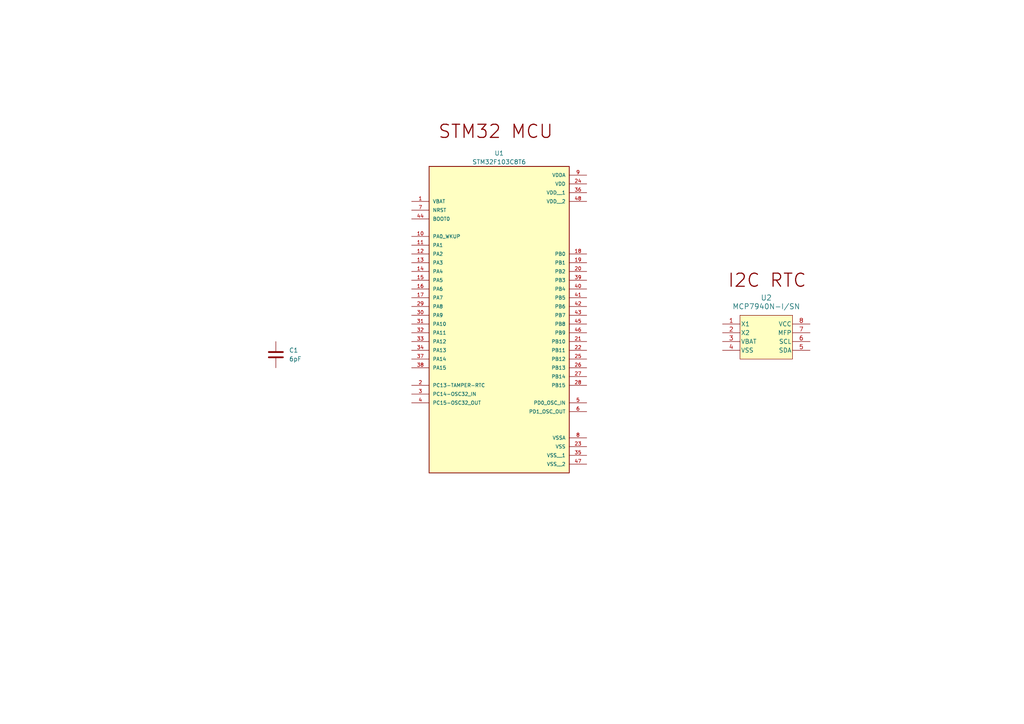
<source format=kicad_sch>
(kicad_sch (version 20231120) (generator "eeschema") (generator_version "8.0")
  (paper "A4")
  (lib_symbols
    (symbol "2025-10-21_01-25-34:MCP7940N-I_SN" (pin_names (offset 0.254))
      (property "Reference" "U" (at 14.986 6.35 0))
      (property "Value" "MCP7940N-I/SN" (at 12.446 3.81 0))
      (symbol "MCP7940N-I_SN_0_1"
        (rectangle (start 5.08 2.54) (end 20.32 -10.16) (fill (type background)))
        (pin input line (at 0 0 0) (length 5.08) (name "X1") (number "1"))
        (pin output line (at 0 -2.54 0) (length 5.08) (name "X2") (number "2"))
        (pin power_in line (at 0 -5.08 0) (length 5.08) (name "VBAT") (number "3"))
        (pin power_in line (at 0 -7.62 0) (length 5.08) (name "VSS") (number "4"))
        (pin bidirectional line (at 25.4 -7.62 180) (length 5.08) (name "SDA") (number "5"))
        (pin unspecified line (at 25.4 -5.08 180) (length 5.08) (name "SCL") (number "6"))
        (pin unspecified line (at 25.4 -2.54 180) (length 5.08) (name "MFP") (number "7"))
      )
      (symbol "MCP7940N-I_SN_1_1"
        (pin power_in line (at 25.4 0 180) (length 5.08) (name "VCC") (number "8"))
      )
    )
    (symbol "Device:C" (pin_numbers hide) (pin_names (offset 0.254))
      (property "Reference" "C" (at 0.635 2.54 0))
      (property "Value" "C" (at 0.635 -2.54 0))
      (symbol "C_0_1"
        (polyline (pts (xy -2.032 -0.762) (xy 2.032 -0.762)) (stroke (width 0.508)))
        (polyline (pts (xy -2.032 0.762) (xy 2.032 0.762)) (stroke (width 0.508)))
      )
      (symbol "C_1_1"
        (pin passive line (at 0 3.81 270) (length 2.794) (name "~") (number "1"))
        (pin passive line (at 0 -3.81 90) (length 2.794) (name "~") (number "2"))
      )
    )
    (symbol "STM32F103C8T6:STM32F103C8T6" (pin_names (offset 1.016))
      (property "Reference" "U" (at -20.32 41.275 0))
      (property "Value" "STM32F103C8T6" (at -20.32 -50.8 0))
      (symbol "STM32F103C8T6_0_0"
        (rectangle (start -20.32 40.64) (end 20.32 -48.26) (stroke (width 0.254)) (fill (type background)))
        (pin bidirectional line (at -25.4 30.48 0) (length 5.08) (name "VBAT") (number "1"))
        (pin bidirectional line (at -25.4 20.32 0) (length 5.08) (name "PA0_WKUP") (number "10"))
        (pin bidirectional line (at -25.4 17.78 0) (length 5.08) (name "PA1") (number "11"))
        (pin bidirectional line (at -25.4 15.24 0) (length 5.08) (name "PA2") (number "12"))
        (pin bidirectional line (at -25.4 12.7 0) (length 5.08) (name "PA3") (number "13"))
        (pin bidirectional line (at -25.4 10.16 0) (length 5.08) (name "PA4") (number "14"))
        (pin bidirectional line (at -25.4 7.62 0) (length 5.08) (name "PA5") (number "15"))
        (pin bidirectional line (at -25.4 5.08 0) (length 5.08) (name "PA6") (number "16"))
        (pin bidirectional line (at -25.4 2.54 0) (length 5.08) (name "PA7") (number "17"))
        (pin bidirectional line (at 25.4 15.24 180) (length 5.08) (name "PB0") (number "18"))
        (pin bidirectional line (at 25.4 12.7 180) (length 5.08) (name "PB1") (number "19"))
        (pin bidirectional line (at -25.4 -22.86 0) (length 5.08) (name "PC13-TAMPER-RTC") (number "2"))
        (pin bidirectional line (at 25.4 10.16 180) (length 5.08) (name "PB2") (number "20"))
        (pin bidirectional line (at 25.4 -10.16 180) (length 5.08) (name "PB10") (number "21"))
        (pin bidirectional line (at 25.4 -12.7 180) (length 5.08) (name "PB11") (number "22"))
        (pin power_in line (at 25.4 -40.64 180) (length 5.08) (name "VSS") (number "23"))
        (pin power_in line (at 25.4 35.56 180) (length 5.08) (name "VDD") (number "24"))
        (pin bidirectional line (at 25.4 -15.24 180) (length 5.08) (name "PB12") (number "25"))
        (pin bidirectional line (at 25.4 -17.78 180) (length 5.08) (name "PB13") (number "26"))
        (pin bidirectional line (at 25.4 -20.32 180) (length 5.08) (name "PB14") (number "27"))
        (pin bidirectional line (at 25.4 -22.86 180) (length 5.08) (name "PB15") (number "28"))
        (pin bidirectional line (at -25.4 0 0) (length 5.08) (name "PA8") (number "29"))
        (pin bidirectional line (at -25.4 -25.4 0) (length 5.08) (name "PC14-OSC32_IN") (number "3"))
        (pin bidirectional line (at -25.4 -2.54 0) (length 5.08) (name "PA9") (number "30"))
        (pin bidirectional line (at -25.4 -5.08 0) (length 5.08) (name "PA10") (number "31"))
        (pin bidirectional line (at -25.4 -7.62 0) (length 5.08) (name "PA11") (number "32"))
        (pin bidirectional line (at -25.4 -10.16 0) (length 5.08) (name "PA12") (number "33"))
        (pin bidirectional line (at -25.4 -12.7 0) (length 5.08) (name "PA13") (number "34"))
        (pin power_in line (at 25.4 -43.18 180) (length 5.08) (name "VSS__1") (number "35"))
        (pin power_in line (at 25.4 33.02 180) (length 5.08) (name "VDD__1") (number "36"))
        (pin bidirectional line (at -25.4 -15.24 0) (length 5.08) (name "PA14") (number "37"))
        (pin bidirectional line (at -25.4 -17.78 0) (length 5.08) (name "PA15") (number "38"))
        (pin bidirectional line (at 25.4 7.62 180) (length 5.08) (name "PB3") (number "39"))
        (pin bidirectional line (at -25.4 -27.94 0) (length 5.08) (name "PC15-OSC32_OUT") (number "4"))
        (pin bidirectional line (at 25.4 5.08 180) (length 5.08) (name "PB4") (number "40"))
        (pin bidirectional line (at 25.4 2.54 180) (length 5.08) (name "PB5") (number "41"))
        (pin bidirectional line (at 25.4 0 180) (length 5.08) (name "PB6") (number "42"))
        (pin bidirectional line (at 25.4 -2.54 180) (length 5.08) (name "PB7") (number "43"))
        (pin input line (at -25.4 25.4 0) (length 5.08) (name "BOOT0") (number "44"))
        (pin bidirectional line (at 25.4 -5.08 180) (length 5.08) (name "PB8") (number "45"))
        (pin bidirectional line (at 25.4 -7.62 180) (length 5.08) (name "PB9") (number "46"))
        (pin power_in line (at 25.4 -45.72 180) (length 5.08) (name "VSS__2") (number "47"))
        (pin power_in line (at 25.4 30.48 180) (length 5.08) (name "VDD__2") (number "48"))
        (pin bidirectional line (at 25.4 -27.94 180) (length 5.08) (name "PD0_OSC_IN") (number "5"))
        (pin bidirectional line (at 25.4 -30.48 180) (length 5.08) (name "PD1_OSC_OUT") (number "6"))
        (pin input line (at -25.4 27.94 0) (length 5.08) (name "NRST") (number "7"))
        (pin power_in line (at 25.4 -38.1 180) (length 5.08) (name "VSSA") (number "8"))
        (pin power_in line (at 25.4 38.1 180) (length 5.08) (name "VDDA") (number "9"))
      )
    )
  )
  (text "STM32 MCU" (at 143.764 38.354 0) (effects (font (size 3.81 3.81) (thickness 0.3175))))
  (text "I2C RTC" (at 222.504 81.534 0) (effects (font (size 3.81 3.81) (thickness 0.3175))))
  (symbol (lib_id "Device:C") (at 80.01 102.87 0) (unit 1)
    (property "Reference" "C1" (at 83.82 101.5999 0) (effects (justify left)))
    (property "Value" "6pF" (at 83.82 104.1399 0) (effects (justify left)))
    (property "Footprint" "Capacitor_SMD:C_0402_1005Metric" (effects (hide yes)))
    (property "Description" "Unpolarized capacitor" (effects (hide yes)))
    (property "Manufacturer Part Number" "CC0402DRNPO9BN6R0" (effects (hide yes)))
    (property "Manufacturer" "YAGEO" (effects (hide yes)))
  )
  (symbol (lib_id "STM32F103C8T6:STM32F103C8T6") (at 144.78 88.9 0) (unit 1)
    (property "Reference" "U1" (at 144.78 44.45 0))
    (property "Value" "STM32F103C8T6" (at 144.78 46.99 0))
    (property "Footprint" "sensor_cell_unit:QFP50P900X900X160-48N" (effects (hide yes)))
    (property "Manufacturer Part Number" "STM32F103C8T6" (effects (hide yes)))
    (property "Manufacturer" "ST Microelectronics" (effects (hide yes)))
    (property "Standard" "IPC7351B" (effects (hide yes)))
  )
  (symbol (lib_id "2025-10-21_01-25-34:MCP7940N-I_SN") (at 209.55 93.98 0) (unit 1)
    (property "Reference" "U2" (at 222.25 86.36 0) (effects (font (size 1.524 1.524))))
    (property "Value" "MCP7940N-I/SN" (at 222.25 88.9 0) (effects (font (size 1.524 1.524))))
    (property "Footprint" "sensor_cell_unit:SOIC8-N_MC_MCH" (effects (hide yes)))
    (property "Datasheet" "MCP7940N-I/SN" (effects (hide yes)))
    (property "Manufacturer Part Number" "MCP7940N-I/SN" (effects (hide yes)))
    (property "Manufacturer" "Microchip Technology" (effects (hide yes)))
  )
)
</source>
